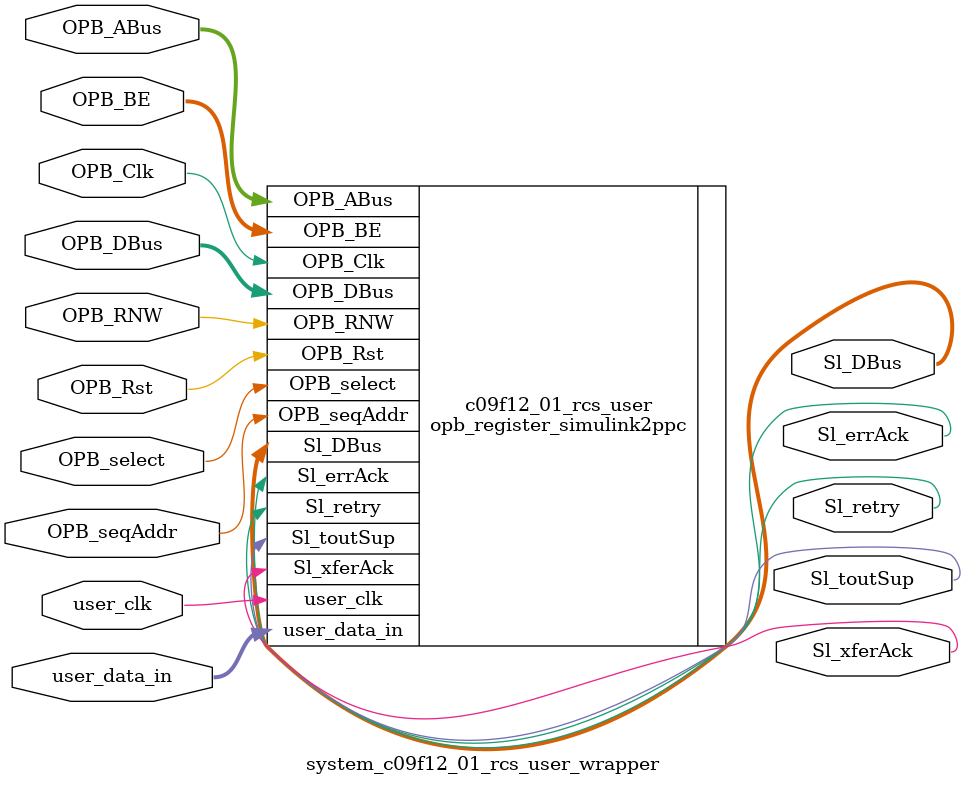
<source format=v>

module system_c09f12_01_rcs_user_wrapper
  (
    OPB_Clk,
    OPB_Rst,
    Sl_DBus,
    Sl_errAck,
    Sl_retry,
    Sl_toutSup,
    Sl_xferAck,
    OPB_ABus,
    OPB_BE,
    OPB_DBus,
    OPB_RNW,
    OPB_select,
    OPB_seqAddr,
    user_data_in,
    user_clk
  );
  input OPB_Clk;
  input OPB_Rst;
  output [0:31] Sl_DBus;
  output Sl_errAck;
  output Sl_retry;
  output Sl_toutSup;
  output Sl_xferAck;
  input [0:31] OPB_ABus;
  input [0:3] OPB_BE;
  input [0:31] OPB_DBus;
  input OPB_RNW;
  input OPB_select;
  input OPB_seqAddr;
  input [31:0] user_data_in;
  input user_clk;

  opb_register_simulink2ppc
    #(
      .C_BASEADDR ( 32'h01094D00 ),
      .C_HIGHADDR ( 32'h01094DFF ),
      .C_OPB_AWIDTH ( 32 ),
      .C_OPB_DWIDTH ( 32 ),
      .C_FAMILY ( "virtex5" )
    )
    c09f12_01_rcs_user (
      .OPB_Clk ( OPB_Clk ),
      .OPB_Rst ( OPB_Rst ),
      .Sl_DBus ( Sl_DBus ),
      .Sl_errAck ( Sl_errAck ),
      .Sl_retry ( Sl_retry ),
      .Sl_toutSup ( Sl_toutSup ),
      .Sl_xferAck ( Sl_xferAck ),
      .OPB_ABus ( OPB_ABus ),
      .OPB_BE ( OPB_BE ),
      .OPB_DBus ( OPB_DBus ),
      .OPB_RNW ( OPB_RNW ),
      .OPB_select ( OPB_select ),
      .OPB_seqAddr ( OPB_seqAddr ),
      .user_data_in ( user_data_in ),
      .user_clk ( user_clk )
    );

endmodule


</source>
